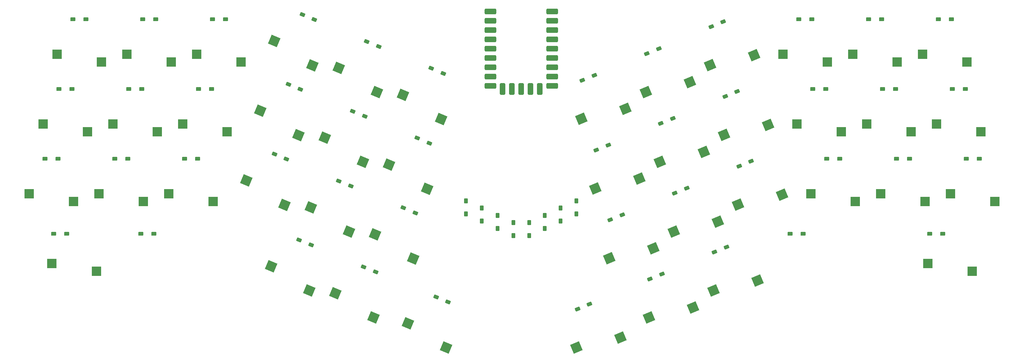
<source format=gbr>
%TF.GenerationSoftware,KiCad,Pcbnew,7.0.10*%
%TF.CreationDate,2025-01-07T08:37:08+09:00*%
%TF.ProjectId,editor,65646974-6f72-42e6-9b69-6361645f7063,rev?*%
%TF.SameCoordinates,Original*%
%TF.FileFunction,Paste,Bot*%
%TF.FilePolarity,Positive*%
%FSLAX46Y46*%
G04 Gerber Fmt 4.6, Leading zero omitted, Abs format (unit mm)*
G04 Created by KiCad (PCBNEW 7.0.10) date 2025-01-07 08:37:08*
%MOMM*%
%LPD*%
G01*
G04 APERTURE LIST*
G04 Aperture macros list*
%AMRoundRect*
0 Rectangle with rounded corners*
0 $1 Rounding radius*
0 $2 $3 $4 $5 $6 $7 $8 $9 X,Y pos of 4 corners*
0 Add a 4 corners polygon primitive as box body*
4,1,4,$2,$3,$4,$5,$6,$7,$8,$9,$2,$3,0*
0 Add four circle primitives for the rounded corners*
1,1,$1+$1,$2,$3*
1,1,$1+$1,$4,$5*
1,1,$1+$1,$6,$7*
1,1,$1+$1,$8,$9*
0 Add four rect primitives between the rounded corners*
20,1,$1+$1,$2,$3,$4,$5,0*
20,1,$1+$1,$4,$5,$6,$7,0*
20,1,$1+$1,$6,$7,$8,$9,0*
20,1,$1+$1,$8,$9,$2,$3,0*%
%AMRotRect*
0 Rectangle, with rotation*
0 The origin of the aperture is its center*
0 $1 length*
0 $2 width*
0 $3 Rotation angle, in degrees counterclockwise*
0 Add horizontal line*
21,1,$1,$2,0,0,$3*%
G04 Aperture macros list end*
%ADD10RoundRect,0.100000X0.600000X0.400000X-0.600000X0.400000X-0.600000X-0.400000X0.600000X-0.400000X0*%
%ADD11RotRect,2.600000X2.600000X22.619000*%
%ADD12R,2.600000X2.600000*%
%ADD13RoundRect,0.100000X-0.400000X0.600000X-0.400000X-0.600000X0.400000X-0.600000X0.400000X0.600000X0*%
%ADD14RoundRect,0.100000X0.400009X0.599994X-0.707690X0.138472X-0.400009X-0.599994X0.707690X-0.138472X0*%
%ADD15RotRect,2.600000X2.600000X337.381000*%
%ADD16RoundRect,0.100000X0.707690X0.138472X-0.400009X0.599994X-0.707690X-0.138472X0.400009X-0.599994X0*%
%ADD17RoundRect,0.400000X-1.200000X-0.400000X1.200000X-0.400000X1.200000X0.400000X-1.200000X0.400000X0*%
%ADD18RoundRect,0.400000X-0.400000X-1.200000X0.400000X-1.200000X0.400000X1.200000X-0.400000X1.200000X0*%
G04 APERTURE END LIST*
D10*
%TO.C,D34*%
X236780000Y-94900000D03*
X233230000Y-94900000D03*
%TD*%
D11*
%TO.C,SW32*%
X203509089Y-112098540D03*
X191485971Y-114832974D03*
%TD*%
D10*
%TO.C,D24*%
X271070000Y-75850000D03*
X267520000Y-75850000D03*
%TD*%
D12*
%TO.C,SW25*%
X27720000Y-106600000D03*
X15570000Y-104500000D03*
%TD*%
D13*
%TO.C,D52*%
X147725000Y-112425000D03*
X147725000Y-115975000D03*
%TD*%
D10*
%TO.C,D46*%
X264879000Y-115450000D03*
X261329000Y-115450000D03*
%TD*%
%TO.C,D26*%
X42470000Y-94900000D03*
X38920000Y-94900000D03*
%TD*%
D14*
%TO.C,D8*%
X187420572Y-64852144D03*
X184143628Y-66217480D03*
%TD*%
%TO.C,D9*%
X205005298Y-57525486D03*
X201728354Y-58890822D03*
%TD*%
D15*
%TO.C,SW40*%
X109581367Y-138293949D03*
X99173575Y-131682568D03*
%TD*%
D12*
%TO.C,SW34*%
X241080000Y-106600000D03*
X228930000Y-104500000D03*
%TD*%
D16*
%TO.C,D18*%
X124765972Y-90671188D03*
X121489028Y-89305852D03*
%TD*%
D10*
%TO.C,D1*%
X31040000Y-56800000D03*
X27490000Y-56800000D03*
%TD*%
D13*
%TO.C,D54*%
X139125000Y-108425000D03*
X139125000Y-111975000D03*
%TD*%
D12*
%TO.C,SW35*%
X260130000Y-106600000D03*
X247980000Y-104500000D03*
%TD*%
%TO.C,SW14*%
X50580000Y-87550000D03*
X38430000Y-85450000D03*
%TD*%
D14*
%TO.C,D43*%
X188299692Y-126398032D03*
X185022748Y-127763368D03*
%TD*%
D15*
%TO.C,SW18*%
X124235391Y-103125041D03*
X113827599Y-96513660D03*
%TD*%
%TO.C,SW39*%
X91996641Y-130967291D03*
X81588849Y-124355910D03*
%TD*%
%TO.C,SW6*%
X128045103Y-84074983D03*
X117637311Y-77463602D03*
%TD*%
D16*
%TO.C,D30*%
X120956260Y-109721245D03*
X117679316Y-108355909D03*
%TD*%
D12*
%TO.C,SW13*%
X31530000Y-87550000D03*
X19380000Y-85450000D03*
%TD*%
D15*
%TO.C,SW17*%
X106650665Y-95798383D03*
X96242873Y-89187002D03*
%TD*%
D11*
%TO.C,SW9*%
X213474390Y-66671768D03*
X201451272Y-69406202D03*
%TD*%
D13*
%TO.C,D47*%
X134825000Y-106425000D03*
X134825000Y-109975000D03*
%TD*%
D10*
%TO.C,D45*%
X226779000Y-115450000D03*
X223229000Y-115450000D03*
%TD*%
D12*
%TO.C,SW11*%
X252510000Y-68500000D03*
X240360000Y-66400000D03*
%TD*%
D15*
%TO.C,SW30*%
X120425678Y-122175098D03*
X110017886Y-115563717D03*
%TD*%
D13*
%TO.C,D53*%
X152025000Y-112425000D03*
X152025000Y-115975000D03*
%TD*%
D10*
%TO.C,D14*%
X46280000Y-75850000D03*
X42730000Y-75850000D03*
%TD*%
D11*
%TO.C,SW43*%
X196768673Y-135544050D03*
X184745555Y-138278484D03*
%TD*%
D10*
%TO.C,D23*%
X252020000Y-75850000D03*
X248470000Y-75850000D03*
%TD*%
D11*
%TO.C,SW21*%
X217284103Y-85721825D03*
X205260985Y-88456259D03*
%TD*%
D10*
%TO.C,D10*%
X229160000Y-56800000D03*
X225610000Y-56800000D03*
%TD*%
%TO.C,D3*%
X69140000Y-56800000D03*
X65590000Y-56800000D03*
%TD*%
D14*
%TO.C,D31*%
X177455270Y-110278916D03*
X174178326Y-111644252D03*
%TD*%
D12*
%TO.C,SW12*%
X271560000Y-68500000D03*
X259410000Y-66400000D03*
%TD*%
D14*
%TO.C,D21*%
X208815010Y-76575544D03*
X205538066Y-77940880D03*
%TD*%
D11*
%TO.C,SW44*%
X214353399Y-128217392D03*
X202330281Y-130951826D03*
%TD*%
D16*
%TO.C,D39*%
X92527223Y-118513438D03*
X89250279Y-117148102D03*
%TD*%
D15*
%TO.C,SW41*%
X129363949Y-146537003D03*
X118956157Y-139925622D03*
%TD*%
D12*
%TO.C,SW3*%
X73440000Y-68500000D03*
X61290000Y-66400000D03*
%TD*%
D11*
%TO.C,SW42*%
X176986092Y-143787103D03*
X164962974Y-146521537D03*
%TD*%
D16*
%TO.C,D16*%
X89596520Y-76017872D03*
X86319576Y-74652536D03*
%TD*%
D14*
%TO.C,D32*%
X195039996Y-102952259D03*
X191763052Y-104317595D03*
%TD*%
D10*
%TO.C,D12*%
X267260000Y-56800000D03*
X263710000Y-56800000D03*
%TD*%
D16*
%TO.C,D17*%
X107181246Y-83344530D03*
X103904302Y-81979194D03*
%TD*%
D12*
%TO.C,SW26*%
X46770000Y-106600000D03*
X34620000Y-104500000D03*
%TD*%
D16*
%TO.C,D4*%
X93406233Y-56967815D03*
X90129289Y-55602479D03*
%TD*%
D10*
%TO.C,D13*%
X27230000Y-75850000D03*
X23680000Y-75850000D03*
%TD*%
D12*
%TO.C,SW2*%
X54390000Y-68500000D03*
X42240000Y-66400000D03*
%TD*%
D13*
%TO.C,D48*%
X164925000Y-106425000D03*
X164925000Y-109975000D03*
%TD*%
D10*
%TO.C,D37*%
X25801000Y-115450000D03*
X22251000Y-115450000D03*
%TD*%
D12*
%TO.C,SW10*%
X233460000Y-68500000D03*
X221310000Y-66400000D03*
%TD*%
%TO.C,SW1*%
X35340000Y-68500000D03*
X23190000Y-66400000D03*
%TD*%
D10*
%TO.C,D35*%
X255830000Y-94900000D03*
X252280000Y-94900000D03*
%TD*%
D15*
%TO.C,SW4*%
X92875651Y-69421668D03*
X82467859Y-62810287D03*
%TD*%
D12*
%TO.C,SW46*%
X272989000Y-125650000D03*
X260839000Y-123550000D03*
%TD*%
D10*
%TO.C,D22*%
X232970000Y-75850000D03*
X229420000Y-75850000D03*
%TD*%
D11*
%TO.C,SW20*%
X199699377Y-93048483D03*
X187676259Y-95782917D03*
%TD*%
D15*
%TO.C,SW28*%
X85256226Y-107521783D03*
X74848434Y-100910402D03*
%TD*%
D16*
%TO.C,D29*%
X103371534Y-102394588D03*
X100094590Y-101029252D03*
%TD*%
D12*
%TO.C,SW15*%
X69630000Y-87550000D03*
X57480000Y-85450000D03*
%TD*%
%TO.C,SW37*%
X33911000Y-125650000D03*
X21761000Y-123550000D03*
%TD*%
D14*
%TO.C,D19*%
X173645558Y-91228859D03*
X170368614Y-92594195D03*
%TD*%
D10*
%TO.C,D11*%
X248210000Y-56800000D03*
X244660000Y-56800000D03*
%TD*%
D14*
%TO.C,D44*%
X205884307Y-119071109D03*
X202607363Y-120436445D03*
%TD*%
D15*
%TO.C,SW29*%
X102840952Y-114848440D03*
X92433160Y-108237059D03*
%TD*%
D10*
%TO.C,D2*%
X50090000Y-56800000D03*
X46540000Y-56800000D03*
%TD*%
D17*
%TO.C,U1*%
X158295000Y-54734231D03*
X158295000Y-57274231D03*
X158295000Y-59814231D03*
X158295000Y-62354231D03*
X158295000Y-64894231D03*
X158295000Y-67434231D03*
X158295000Y-69974231D03*
X158295000Y-72514231D03*
X158295000Y-75054231D03*
D18*
X154955000Y-75854231D03*
X152415000Y-75854231D03*
X149875000Y-75854231D03*
X147335000Y-75854231D03*
X144795000Y-75854231D03*
D17*
X141455000Y-75054231D03*
X141455000Y-72514231D03*
X141455000Y-69974231D03*
X141455000Y-67434231D03*
X141455000Y-64894231D03*
X141455000Y-62354231D03*
X141455000Y-59814231D03*
X141455000Y-57274231D03*
X141455000Y-54734231D03*
%TD*%
D16*
%TO.C,D41*%
X129894530Y-134083150D03*
X126617586Y-132717814D03*
%TD*%
%TO.C,D40*%
X110111839Y-125840362D03*
X106834895Y-124475026D03*
%TD*%
D15*
%TO.C,SW5*%
X110460377Y-76748325D03*
X100052585Y-70136944D03*
%TD*%
D10*
%TO.C,D15*%
X65330000Y-75850000D03*
X61780000Y-75850000D03*
%TD*%
D14*
%TO.C,D20*%
X191230284Y-83902201D03*
X187953340Y-85267537D03*
%TD*%
D12*
%TO.C,SW36*%
X279180000Y-106600000D03*
X267030000Y-104500000D03*
%TD*%
D11*
%TO.C,SW8*%
X195889664Y-73998425D03*
X183866546Y-76732859D03*
%TD*%
D16*
%TO.C,D28*%
X85786808Y-95067930D03*
X82509864Y-93702594D03*
%TD*%
D10*
%TO.C,D38*%
X49613500Y-115450000D03*
X46063500Y-115450000D03*
%TD*%
D11*
%TO.C,SW31*%
X185924363Y-119425198D03*
X173901245Y-122159632D03*
%TD*%
D10*
%TO.C,D36*%
X274880000Y-94900000D03*
X271330000Y-94900000D03*
%TD*%
%TO.C,D25*%
X23420000Y-94900000D03*
X19870000Y-94900000D03*
%TD*%
D16*
%TO.C,D6*%
X128575685Y-71621130D03*
X125298741Y-70255794D03*
%TD*%
D12*
%TO.C,SW24*%
X275370000Y-87550000D03*
X263220000Y-85450000D03*
%TD*%
D13*
%TO.C,D49*%
X160625000Y-108425000D03*
X160625000Y-111975000D03*
%TD*%
D14*
%TO.C,D7*%
X169835846Y-72178801D03*
X166558902Y-73544137D03*
%TD*%
D12*
%TO.C,SW22*%
X237270000Y-87550000D03*
X225120000Y-85450000D03*
%TD*%
D11*
%TO.C,SW33*%
X221093815Y-104771883D03*
X209070697Y-107506317D03*
%TD*%
D13*
%TO.C,D51*%
X143425000Y-110425000D03*
X143425000Y-113975000D03*
%TD*%
D10*
%TO.C,D27*%
X61520000Y-94900000D03*
X57970000Y-94900000D03*
%TD*%
D12*
%TO.C,SW27*%
X65820000Y-106600000D03*
X53670000Y-104500000D03*
%TD*%
D11*
%TO.C,SW7*%
X178304938Y-81325083D03*
X166281820Y-84059517D03*
%TD*%
D14*
%TO.C,D42*%
X168517000Y-134640821D03*
X165240056Y-136006157D03*
%TD*%
D15*
%TO.C,SW16*%
X89065939Y-88471725D03*
X78658147Y-81860344D03*
%TD*%
D12*
%TO.C,SW23*%
X256320000Y-87550000D03*
X244170000Y-85450000D03*
%TD*%
D13*
%TO.C,D50*%
X156325000Y-110425000D03*
X156325000Y-113975000D03*
%TD*%
D16*
%TO.C,D5*%
X110990959Y-64294473D03*
X107714015Y-62929137D03*
%TD*%
D11*
%TO.C,SW19*%
X182114651Y-100375141D03*
X170091533Y-103109575D03*
%TD*%
D14*
%TO.C,D33*%
X212624722Y-95625601D03*
X209347778Y-96990937D03*
%TD*%
M02*

</source>
